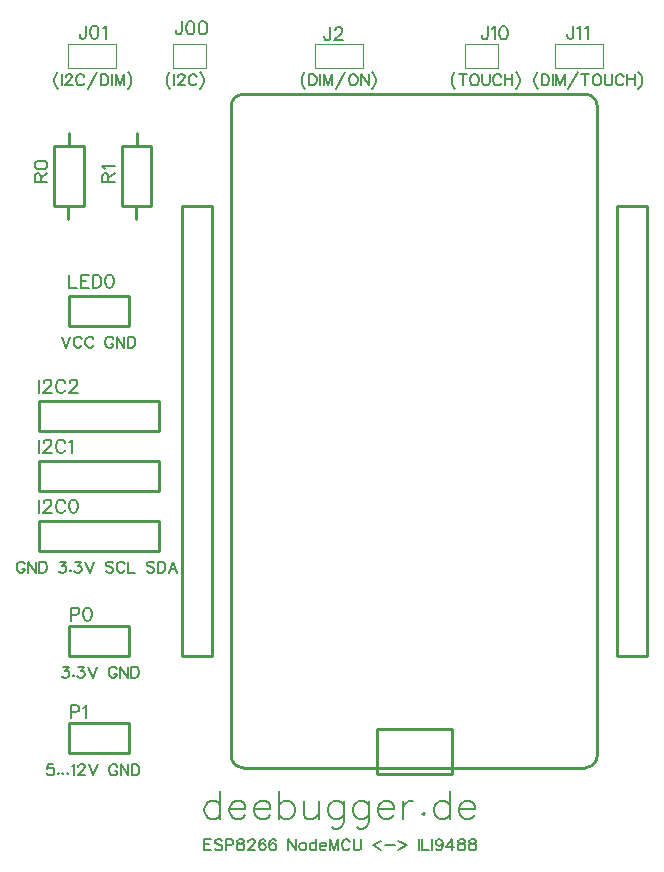
<source format=gto>
G04 Layer: TopSilkscreenLayer*
G04 EasyEDA v6.5.47, 2024-09-27 13:25:38*
G04 cb8a5c33274e4434a5d5d060cedbf222,e87ba6ffdfb0417d91de07616a749205,10*
G04 Gerber Generator version 0.2*
G04 Scale: 100 percent, Rotated: No, Reflected: No *
G04 Dimensions in millimeters *
G04 leading zeros omitted , absolute positions ,4 integer and 5 decimal *
%FSLAX45Y45*%
%MOMM*%

%ADD10C,0.1524*%
%ADD11C,0.2540*%
%ADD12C,0.1199*%

%LPD*%
D10*
X195071Y-5192280D02*
G01*
X190754Y-5183136D01*
X181610Y-5174246D01*
X172465Y-5169674D01*
X154178Y-5169674D01*
X145287Y-5174246D01*
X136144Y-5183136D01*
X131571Y-5192280D01*
X127000Y-5205996D01*
X127000Y-5228602D01*
X131571Y-5242318D01*
X136144Y-5251462D01*
X145287Y-5260606D01*
X154178Y-5264924D01*
X172465Y-5264924D01*
X181610Y-5260606D01*
X190754Y-5251462D01*
X195071Y-5242318D01*
X195071Y-5228602D01*
X172465Y-5228602D02*
G01*
X195071Y-5228602D01*
X225297Y-5169674D02*
G01*
X225297Y-5264924D01*
X225297Y-5169674D02*
G01*
X288797Y-5264924D01*
X288797Y-5169674D02*
G01*
X288797Y-5264924D01*
X318770Y-5169674D02*
G01*
X318770Y-5264924D01*
X318770Y-5169674D02*
G01*
X350520Y-5169674D01*
X364236Y-5174246D01*
X373379Y-5183136D01*
X377952Y-5192280D01*
X382523Y-5205996D01*
X382523Y-5228602D01*
X377952Y-5242318D01*
X373379Y-5251462D01*
X364236Y-5260606D01*
X350520Y-5264924D01*
X318770Y-5264924D01*
X491489Y-5169674D02*
G01*
X541528Y-5169674D01*
X514350Y-5205996D01*
X527812Y-5205996D01*
X536955Y-5210568D01*
X541528Y-5215140D01*
X546100Y-5228602D01*
X546100Y-5237746D01*
X541528Y-5251462D01*
X532384Y-5260606D01*
X518921Y-5264924D01*
X505205Y-5264924D01*
X491489Y-5260606D01*
X486918Y-5256034D01*
X482345Y-5246890D01*
X580644Y-5242318D02*
G01*
X576071Y-5246890D01*
X580644Y-5251462D01*
X585215Y-5246890D01*
X580644Y-5242318D01*
X624331Y-5169674D02*
G01*
X674370Y-5169674D01*
X646937Y-5205996D01*
X660654Y-5205996D01*
X669797Y-5210568D01*
X674370Y-5215140D01*
X678942Y-5228602D01*
X678942Y-5237746D01*
X674370Y-5251462D01*
X665226Y-5260606D01*
X651510Y-5264924D01*
X637794Y-5264924D01*
X624331Y-5260606D01*
X619760Y-5256034D01*
X615187Y-5246890D01*
X708913Y-5169674D02*
G01*
X745236Y-5264924D01*
X781557Y-5169674D02*
G01*
X745236Y-5264924D01*
X945134Y-5183136D02*
G01*
X935989Y-5174246D01*
X922528Y-5169674D01*
X904239Y-5169674D01*
X890523Y-5174246D01*
X881634Y-5183136D01*
X881634Y-5192280D01*
X886205Y-5201424D01*
X890523Y-5205996D01*
X899668Y-5210568D01*
X927100Y-5219458D01*
X935989Y-5224030D01*
X940562Y-5228602D01*
X945134Y-5237746D01*
X945134Y-5251462D01*
X935989Y-5260606D01*
X922528Y-5264924D01*
X904239Y-5264924D01*
X890523Y-5260606D01*
X881634Y-5251462D01*
X1043431Y-5192280D02*
G01*
X1038860Y-5183136D01*
X1029715Y-5174246D01*
X1020571Y-5169674D01*
X1002537Y-5169674D01*
X993394Y-5174246D01*
X984250Y-5183136D01*
X979678Y-5192280D01*
X975105Y-5205996D01*
X975105Y-5228602D01*
X979678Y-5242318D01*
X984250Y-5251462D01*
X993394Y-5260606D01*
X1002537Y-5264924D01*
X1020571Y-5264924D01*
X1029715Y-5260606D01*
X1038860Y-5251462D01*
X1043431Y-5242318D01*
X1073404Y-5169674D02*
G01*
X1073404Y-5264924D01*
X1073404Y-5264924D02*
G01*
X1128013Y-5264924D01*
X1291589Y-5183136D02*
G01*
X1282445Y-5174246D01*
X1268729Y-5169674D01*
X1250695Y-5169674D01*
X1236979Y-5174246D01*
X1227836Y-5183136D01*
X1227836Y-5192280D01*
X1232407Y-5201424D01*
X1236979Y-5205996D01*
X1246123Y-5210568D01*
X1273302Y-5219458D01*
X1282445Y-5224030D01*
X1287018Y-5228602D01*
X1291589Y-5237746D01*
X1291589Y-5251462D01*
X1282445Y-5260606D01*
X1268729Y-5264924D01*
X1250695Y-5264924D01*
X1236979Y-5260606D01*
X1227836Y-5251462D01*
X1321562Y-5169674D02*
G01*
X1321562Y-5264924D01*
X1321562Y-5169674D02*
G01*
X1353312Y-5169674D01*
X1367028Y-5174246D01*
X1376171Y-5183136D01*
X1380744Y-5192280D01*
X1385062Y-5205996D01*
X1385062Y-5228602D01*
X1380744Y-5242318D01*
X1376171Y-5251462D01*
X1367028Y-5260606D01*
X1353312Y-5264924D01*
X1321562Y-5264924D01*
X1451610Y-5169674D02*
G01*
X1415287Y-5264924D01*
X1451610Y-5169674D02*
G01*
X1487931Y-5264924D01*
X1428750Y-5233174D02*
G01*
X1474215Y-5233174D01*
X508000Y-3264664D02*
G01*
X544321Y-3359914D01*
X580644Y-3264664D02*
G01*
X544321Y-3359914D01*
X678942Y-3287270D02*
G01*
X674370Y-3278126D01*
X665226Y-3269236D01*
X656081Y-3264664D01*
X638047Y-3264664D01*
X628904Y-3269236D01*
X619760Y-3278126D01*
X615187Y-3287270D01*
X610615Y-3300986D01*
X610615Y-3323592D01*
X615187Y-3337308D01*
X619760Y-3346452D01*
X628904Y-3355596D01*
X638047Y-3359914D01*
X656081Y-3359914D01*
X665226Y-3355596D01*
X674370Y-3346452D01*
X678942Y-3337308D01*
X776986Y-3287270D02*
G01*
X772668Y-3278126D01*
X763523Y-3269236D01*
X754379Y-3264664D01*
X736092Y-3264664D01*
X727202Y-3269236D01*
X718057Y-3278126D01*
X713486Y-3287270D01*
X708913Y-3300986D01*
X708913Y-3323592D01*
X713486Y-3337308D01*
X718057Y-3346452D01*
X727202Y-3355596D01*
X736092Y-3359914D01*
X754379Y-3359914D01*
X763523Y-3355596D01*
X772668Y-3346452D01*
X776986Y-3337308D01*
X945387Y-3287270D02*
G01*
X940815Y-3278126D01*
X931671Y-3269236D01*
X922528Y-3264664D01*
X904239Y-3264664D01*
X895350Y-3269236D01*
X886205Y-3278126D01*
X881634Y-3287270D01*
X877062Y-3300986D01*
X877062Y-3323592D01*
X881634Y-3337308D01*
X886205Y-3346452D01*
X895350Y-3355596D01*
X904239Y-3359914D01*
X922528Y-3359914D01*
X931671Y-3355596D01*
X940815Y-3346452D01*
X945387Y-3337308D01*
X945387Y-3323592D01*
X922528Y-3323592D02*
G01*
X945387Y-3323592D01*
X975360Y-3264664D02*
G01*
X975360Y-3359914D01*
X975360Y-3264664D02*
G01*
X1038860Y-3359914D01*
X1038860Y-3264664D02*
G01*
X1038860Y-3359914D01*
X1068831Y-3264664D02*
G01*
X1068831Y-3359914D01*
X1068831Y-3264664D02*
G01*
X1100836Y-3264664D01*
X1114297Y-3269236D01*
X1123442Y-3278126D01*
X1128013Y-3287270D01*
X1132586Y-3300986D01*
X1132586Y-3323592D01*
X1128013Y-3337308D01*
X1123442Y-3346452D01*
X1114297Y-3355596D01*
X1100836Y-3359914D01*
X1068831Y-3359914D01*
X517144Y-6058654D02*
G01*
X567181Y-6058654D01*
X539750Y-6094976D01*
X553465Y-6094976D01*
X562610Y-6099548D01*
X567181Y-6104120D01*
X571754Y-6117582D01*
X571754Y-6126726D01*
X567181Y-6140442D01*
X558037Y-6149586D01*
X544321Y-6154158D01*
X530605Y-6154158D01*
X517144Y-6149586D01*
X512571Y-6145014D01*
X508000Y-6135870D01*
X606297Y-6131298D02*
G01*
X601726Y-6135870D01*
X606297Y-6140442D01*
X610615Y-6135870D01*
X606297Y-6131298D01*
X649731Y-6058654D02*
G01*
X699770Y-6058654D01*
X672592Y-6094976D01*
X686307Y-6094976D01*
X695197Y-6099548D01*
X699770Y-6104120D01*
X704342Y-6117582D01*
X704342Y-6126726D01*
X699770Y-6140442D01*
X690626Y-6149586D01*
X677163Y-6154158D01*
X663447Y-6154158D01*
X649731Y-6149586D01*
X645160Y-6145014D01*
X640842Y-6135870D01*
X734313Y-6058654D02*
G01*
X770636Y-6154158D01*
X807212Y-6058654D02*
G01*
X770636Y-6154158D01*
X975360Y-6081260D02*
G01*
X970787Y-6072116D01*
X961644Y-6063226D01*
X952500Y-6058654D01*
X934465Y-6058654D01*
X925321Y-6063226D01*
X916178Y-6072116D01*
X911605Y-6081260D01*
X907034Y-6094976D01*
X907034Y-6117582D01*
X911605Y-6131298D01*
X916178Y-6140442D01*
X925321Y-6149586D01*
X934465Y-6154158D01*
X952500Y-6154158D01*
X961644Y-6149586D01*
X970787Y-6140442D01*
X975360Y-6131298D01*
X975360Y-6117582D01*
X952500Y-6117582D02*
G01*
X975360Y-6117582D01*
X1005331Y-6058654D02*
G01*
X1005331Y-6154158D01*
X1005331Y-6058654D02*
G01*
X1068831Y-6154158D01*
X1068831Y-6058654D02*
G01*
X1068831Y-6154158D01*
X1098804Y-6058654D02*
G01*
X1098804Y-6154158D01*
X1098804Y-6058654D02*
G01*
X1130807Y-6058654D01*
X1144270Y-6063226D01*
X1153413Y-6072116D01*
X1157986Y-6081260D01*
X1162557Y-6094976D01*
X1162557Y-6117582D01*
X1157986Y-6131298D01*
X1153413Y-6140442D01*
X1144270Y-6149586D01*
X1130807Y-6154158D01*
X1098804Y-6154158D01*
X435610Y-6884151D02*
G01*
X390144Y-6884151D01*
X385571Y-6925045D01*
X390144Y-6920473D01*
X403605Y-6915901D01*
X417321Y-6915901D01*
X431037Y-6920473D01*
X440181Y-6929617D01*
X444754Y-6943079D01*
X444754Y-6952223D01*
X440181Y-6965939D01*
X431037Y-6975083D01*
X417321Y-6979655D01*
X403605Y-6979655D01*
X390144Y-6975083D01*
X385571Y-6970511D01*
X381000Y-6961367D01*
X479297Y-6956795D02*
G01*
X474726Y-6961367D01*
X479297Y-6965939D01*
X483615Y-6961367D01*
X479297Y-6956795D01*
X518160Y-6956795D02*
G01*
X513842Y-6961367D01*
X518160Y-6965939D01*
X522731Y-6961367D01*
X518160Y-6956795D01*
X557276Y-6956795D02*
G01*
X552704Y-6961367D01*
X557276Y-6965939D01*
X561847Y-6961367D01*
X557276Y-6956795D01*
X591820Y-6902185D02*
G01*
X600963Y-6897613D01*
X614679Y-6884151D01*
X614679Y-6979655D01*
X649223Y-6906757D02*
G01*
X649223Y-6902185D01*
X653795Y-6893041D01*
X658368Y-6888723D01*
X667257Y-6884151D01*
X685545Y-6884151D01*
X694689Y-6888723D01*
X699262Y-6893041D01*
X703834Y-6902185D01*
X703834Y-6911329D01*
X699262Y-6920473D01*
X690118Y-6934189D01*
X644652Y-6979655D01*
X708152Y-6979655D01*
X738378Y-6884151D02*
G01*
X774700Y-6979655D01*
X811021Y-6884151D02*
G01*
X774700Y-6979655D01*
X979170Y-6906757D02*
G01*
X974597Y-6897613D01*
X965454Y-6888723D01*
X956563Y-6884151D01*
X938276Y-6884151D01*
X929131Y-6888723D01*
X919987Y-6897613D01*
X915670Y-6906757D01*
X911097Y-6920473D01*
X911097Y-6943079D01*
X915670Y-6956795D01*
X919987Y-6965939D01*
X929131Y-6975083D01*
X938276Y-6979655D01*
X956563Y-6979655D01*
X965454Y-6975083D01*
X974597Y-6965939D01*
X979170Y-6956795D01*
X979170Y-6943079D01*
X956563Y-6943079D02*
G01*
X979170Y-6943079D01*
X1009142Y-6884151D02*
G01*
X1009142Y-6979655D01*
X1009142Y-6884151D02*
G01*
X1072895Y-6979655D01*
X1072895Y-6884151D02*
G01*
X1072895Y-6979655D01*
X1102868Y-6884151D02*
G01*
X1102868Y-6979655D01*
X1102868Y-6884151D02*
G01*
X1134618Y-6884151D01*
X1148334Y-6888723D01*
X1157478Y-6897613D01*
X1161795Y-6906757D01*
X1166368Y-6920473D01*
X1166368Y-6943079D01*
X1161795Y-6956795D01*
X1157478Y-6965939D01*
X1148334Y-6975083D01*
X1134618Y-6979655D01*
X1102868Y-6979655D01*
X2571750Y-1023873D02*
G01*
X2562606Y-1033018D01*
X2553715Y-1046734D01*
X2544572Y-1064768D01*
X2540000Y-1087628D01*
X2540000Y-1105662D01*
X2544572Y-1128521D01*
X2553715Y-1146555D01*
X2562606Y-1160271D01*
X2571750Y-1169415D01*
X2601722Y-1042162D02*
G01*
X2601722Y-1137665D01*
X2601722Y-1042162D02*
G01*
X2633725Y-1042162D01*
X2647188Y-1046734D01*
X2656331Y-1055623D01*
X2660904Y-1064768D01*
X2665475Y-1078484D01*
X2665475Y-1101089D01*
X2660904Y-1114805D01*
X2656331Y-1123950D01*
X2647188Y-1133094D01*
X2633725Y-1137665D01*
X2601722Y-1137665D01*
X2695447Y-1042162D02*
G01*
X2695447Y-1137665D01*
X2725420Y-1042162D02*
G01*
X2725420Y-1137665D01*
X2725420Y-1042162D02*
G01*
X2761741Y-1137665D01*
X2798063Y-1042162D02*
G01*
X2761741Y-1137665D01*
X2798063Y-1042162D02*
G01*
X2798063Y-1137665D01*
X2910077Y-1023873D02*
G01*
X2828290Y-1169415D01*
X2967227Y-1042162D02*
G01*
X2958084Y-1046734D01*
X2949193Y-1055623D01*
X2944622Y-1064768D01*
X2940050Y-1078484D01*
X2940050Y-1101089D01*
X2944622Y-1114805D01*
X2949193Y-1123950D01*
X2958084Y-1133094D01*
X2967227Y-1137665D01*
X2985515Y-1137665D01*
X2994659Y-1133094D01*
X3003550Y-1123950D01*
X3008122Y-1114805D01*
X3012693Y-1101089D01*
X3012693Y-1078484D01*
X3008122Y-1064768D01*
X3003550Y-1055623D01*
X2994659Y-1046734D01*
X2985515Y-1042162D01*
X2967227Y-1042162D01*
X3042665Y-1042162D02*
G01*
X3042665Y-1137665D01*
X3042665Y-1042162D02*
G01*
X3106420Y-1137665D01*
X3106420Y-1042162D02*
G01*
X3106420Y-1137665D01*
X3136391Y-1023873D02*
G01*
X3145536Y-1033018D01*
X3154425Y-1046734D01*
X3163570Y-1064768D01*
X3168141Y-1087628D01*
X3168141Y-1105662D01*
X3163570Y-1128521D01*
X3154425Y-1146555D01*
X3145536Y-1160271D01*
X3136391Y-1169415D01*
X476250Y-1023873D02*
G01*
X467105Y-1033018D01*
X458215Y-1046734D01*
X449071Y-1064768D01*
X444500Y-1087628D01*
X444500Y-1105662D01*
X449071Y-1128521D01*
X458215Y-1146555D01*
X467105Y-1160271D01*
X476250Y-1169415D01*
X506221Y-1042162D02*
G01*
X506221Y-1137665D01*
X540765Y-1064768D02*
G01*
X540765Y-1060195D01*
X545337Y-1051305D01*
X549910Y-1046734D01*
X559054Y-1042162D01*
X577342Y-1042162D01*
X586231Y-1046734D01*
X590804Y-1051305D01*
X595376Y-1060195D01*
X595376Y-1069339D01*
X590804Y-1078484D01*
X581660Y-1092200D01*
X536194Y-1137665D01*
X599947Y-1137665D01*
X698245Y-1064768D02*
G01*
X693673Y-1055623D01*
X684529Y-1046734D01*
X675386Y-1042162D01*
X657352Y-1042162D01*
X648207Y-1046734D01*
X639063Y-1055623D01*
X634492Y-1064768D01*
X629920Y-1078484D01*
X629920Y-1101089D01*
X634492Y-1114805D01*
X639063Y-1123950D01*
X648207Y-1133094D01*
X657352Y-1137665D01*
X675386Y-1137665D01*
X684529Y-1133094D01*
X693673Y-1123950D01*
X698245Y-1114805D01*
X810005Y-1023873D02*
G01*
X728218Y-1169415D01*
X839978Y-1042162D02*
G01*
X839978Y-1137665D01*
X839978Y-1042162D02*
G01*
X871728Y-1042162D01*
X885444Y-1046734D01*
X894587Y-1055623D01*
X899160Y-1064768D01*
X903478Y-1078484D01*
X903478Y-1101089D01*
X899160Y-1114805D01*
X894587Y-1123950D01*
X885444Y-1133094D01*
X871728Y-1137665D01*
X839978Y-1137665D01*
X933704Y-1042162D02*
G01*
X933704Y-1137665D01*
X963676Y-1042162D02*
G01*
X963676Y-1137665D01*
X963676Y-1042162D02*
G01*
X999997Y-1137665D01*
X1036320Y-1042162D02*
G01*
X999997Y-1137665D01*
X1036320Y-1042162D02*
G01*
X1036320Y-1137665D01*
X1066292Y-1023873D02*
G01*
X1075436Y-1033018D01*
X1084579Y-1046734D01*
X1093470Y-1064768D01*
X1098042Y-1087628D01*
X1098042Y-1105662D01*
X1093470Y-1128521D01*
X1084579Y-1146555D01*
X1075436Y-1160271D01*
X1066292Y-1169415D01*
X1428750Y-1023873D02*
G01*
X1419605Y-1033018D01*
X1410715Y-1046734D01*
X1401571Y-1064768D01*
X1397000Y-1087628D01*
X1397000Y-1105662D01*
X1401571Y-1128521D01*
X1410715Y-1146555D01*
X1419605Y-1160271D01*
X1428750Y-1169415D01*
X1458721Y-1042162D02*
G01*
X1458721Y-1137665D01*
X1493265Y-1064768D02*
G01*
X1493265Y-1060195D01*
X1497837Y-1051305D01*
X1502410Y-1046734D01*
X1511554Y-1042162D01*
X1529842Y-1042162D01*
X1538731Y-1046734D01*
X1543304Y-1051305D01*
X1547876Y-1060195D01*
X1547876Y-1069339D01*
X1543304Y-1078484D01*
X1534160Y-1092200D01*
X1488694Y-1137665D01*
X1552447Y-1137665D01*
X1650745Y-1064768D02*
G01*
X1646173Y-1055623D01*
X1637029Y-1046734D01*
X1627886Y-1042162D01*
X1609597Y-1042162D01*
X1600707Y-1046734D01*
X1591563Y-1055623D01*
X1586992Y-1064768D01*
X1582420Y-1078484D01*
X1582420Y-1101089D01*
X1586992Y-1114805D01*
X1591563Y-1123950D01*
X1600707Y-1133094D01*
X1609597Y-1137665D01*
X1627886Y-1137665D01*
X1637029Y-1133094D01*
X1646173Y-1123950D01*
X1650745Y-1114805D01*
X1680718Y-1023873D02*
G01*
X1689607Y-1033018D01*
X1698752Y-1046734D01*
X1707895Y-1064768D01*
X1712468Y-1087628D01*
X1712468Y-1105662D01*
X1707895Y-1128521D01*
X1698752Y-1146555D01*
X1689607Y-1160271D01*
X1680718Y-1169415D01*
X3841750Y-1023873D02*
G01*
X3832606Y-1033018D01*
X3823715Y-1046734D01*
X3814572Y-1064768D01*
X3810000Y-1087628D01*
X3810000Y-1105662D01*
X3814572Y-1128521D01*
X3823715Y-1146555D01*
X3832606Y-1160271D01*
X3841750Y-1169415D01*
X3903725Y-1042162D02*
G01*
X3903725Y-1137665D01*
X3871722Y-1042162D02*
G01*
X3935475Y-1042162D01*
X3992625Y-1042162D02*
G01*
X3983736Y-1046734D01*
X3974591Y-1055623D01*
X3970020Y-1064768D01*
X3965447Y-1078484D01*
X3965447Y-1101089D01*
X3970020Y-1114805D01*
X3974591Y-1123950D01*
X3983736Y-1133094D01*
X3992625Y-1137665D01*
X4010913Y-1137665D01*
X4020058Y-1133094D01*
X4029202Y-1123950D01*
X4033520Y-1114805D01*
X4038091Y-1101089D01*
X4038091Y-1078484D01*
X4033520Y-1064768D01*
X4029202Y-1055623D01*
X4020058Y-1046734D01*
X4010913Y-1042162D01*
X3992625Y-1042162D01*
X4068063Y-1042162D02*
G01*
X4068063Y-1110234D01*
X4072636Y-1123950D01*
X4081779Y-1133094D01*
X4095495Y-1137665D01*
X4104640Y-1137665D01*
X4118102Y-1133094D01*
X4127245Y-1123950D01*
X4131818Y-1110234D01*
X4131818Y-1042162D01*
X4230115Y-1064768D02*
G01*
X4225543Y-1055623D01*
X4216400Y-1046734D01*
X4207256Y-1042162D01*
X4188968Y-1042162D01*
X4180077Y-1046734D01*
X4170934Y-1055623D01*
X4166361Y-1064768D01*
X4161790Y-1078484D01*
X4161790Y-1101089D01*
X4166361Y-1114805D01*
X4170934Y-1123950D01*
X4180077Y-1133094D01*
X4188968Y-1137665D01*
X4207256Y-1137665D01*
X4216400Y-1133094D01*
X4225543Y-1123950D01*
X4230115Y-1114805D01*
X4260088Y-1042162D02*
G01*
X4260088Y-1137665D01*
X4323588Y-1042162D02*
G01*
X4323588Y-1137665D01*
X4260088Y-1087628D02*
G01*
X4323588Y-1087628D01*
X4353559Y-1023873D02*
G01*
X4362704Y-1033018D01*
X4371847Y-1046734D01*
X4380991Y-1064768D01*
X4385563Y-1087628D01*
X4385563Y-1105662D01*
X4380991Y-1128521D01*
X4371847Y-1146555D01*
X4362704Y-1160271D01*
X4353559Y-1169415D01*
X4540247Y-1023873D02*
G01*
X4531103Y-1033018D01*
X4522213Y-1046734D01*
X4513069Y-1064768D01*
X4508497Y-1087628D01*
X4508497Y-1105662D01*
X4513069Y-1128521D01*
X4522213Y-1146555D01*
X4531103Y-1160271D01*
X4540247Y-1169415D01*
X4570219Y-1042162D02*
G01*
X4570219Y-1137665D01*
X4570219Y-1042162D02*
G01*
X4602223Y-1042162D01*
X4615685Y-1046734D01*
X4624829Y-1055623D01*
X4629401Y-1064768D01*
X4633973Y-1078484D01*
X4633973Y-1101089D01*
X4629401Y-1114805D01*
X4624829Y-1123950D01*
X4615685Y-1133094D01*
X4602223Y-1137665D01*
X4570219Y-1137665D01*
X4663945Y-1042162D02*
G01*
X4663945Y-1137665D01*
X4693917Y-1042162D02*
G01*
X4693917Y-1137665D01*
X4693917Y-1042162D02*
G01*
X4730239Y-1137665D01*
X4766561Y-1042162D02*
G01*
X4730239Y-1137665D01*
X4766561Y-1042162D02*
G01*
X4766561Y-1137665D01*
X4878575Y-1023873D02*
G01*
X4796787Y-1169415D01*
X4940297Y-1042162D02*
G01*
X4940297Y-1137665D01*
X4908547Y-1042162D02*
G01*
X4972047Y-1042162D01*
X5029451Y-1042162D02*
G01*
X5020307Y-1046734D01*
X5011163Y-1055623D01*
X5006591Y-1064768D01*
X5002019Y-1078484D01*
X5002019Y-1101089D01*
X5006591Y-1114805D01*
X5011163Y-1123950D01*
X5020307Y-1133094D01*
X5029451Y-1137665D01*
X5047485Y-1137665D01*
X5056629Y-1133094D01*
X5065773Y-1123950D01*
X5070345Y-1114805D01*
X5074917Y-1101089D01*
X5074917Y-1078484D01*
X5070345Y-1064768D01*
X5065773Y-1055623D01*
X5056629Y-1046734D01*
X5047485Y-1042162D01*
X5029451Y-1042162D01*
X5104889Y-1042162D02*
G01*
X5104889Y-1110234D01*
X5109461Y-1123950D01*
X5118605Y-1133094D01*
X5132067Y-1137665D01*
X5141211Y-1137665D01*
X5154927Y-1133094D01*
X5163817Y-1123950D01*
X5168389Y-1110234D01*
X5168389Y-1042162D01*
X5266687Y-1064768D02*
G01*
X5262115Y-1055623D01*
X5252971Y-1046734D01*
X5243827Y-1042162D01*
X5225793Y-1042162D01*
X5216649Y-1046734D01*
X5207505Y-1055623D01*
X5202933Y-1064768D01*
X5198615Y-1078484D01*
X5198615Y-1101089D01*
X5202933Y-1114805D01*
X5207505Y-1123950D01*
X5216649Y-1133094D01*
X5225793Y-1137665D01*
X5243827Y-1137665D01*
X5252971Y-1133094D01*
X5262115Y-1123950D01*
X5266687Y-1114805D01*
X5296659Y-1042162D02*
G01*
X5296659Y-1137665D01*
X5360413Y-1042162D02*
G01*
X5360413Y-1137665D01*
X5296659Y-1087628D02*
G01*
X5360413Y-1087628D01*
X5390385Y-1023873D02*
G01*
X5399275Y-1033018D01*
X5408419Y-1046734D01*
X5417563Y-1064768D01*
X5422135Y-1087628D01*
X5422135Y-1105662D01*
X5417563Y-1128521D01*
X5408419Y-1146555D01*
X5399275Y-1160271D01*
X5390385Y-1169415D01*
X1850905Y-7113780D02*
G01*
X1850905Y-7352286D01*
X1850905Y-7227318D02*
G01*
X1828045Y-7204712D01*
X1805439Y-7193282D01*
X1771403Y-7193282D01*
X1748543Y-7204712D01*
X1725937Y-7227318D01*
X1714507Y-7261354D01*
X1714507Y-7284214D01*
X1725937Y-7318250D01*
X1748543Y-7341110D01*
X1771403Y-7352286D01*
X1805439Y-7352286D01*
X1828045Y-7341110D01*
X1850905Y-7318250D01*
X1925835Y-7261354D02*
G01*
X2062233Y-7261354D01*
X2062233Y-7238748D01*
X2050803Y-7215888D01*
X2039373Y-7204712D01*
X2016767Y-7193282D01*
X1982731Y-7193282D01*
X1959871Y-7204712D01*
X1937265Y-7227318D01*
X1925835Y-7261354D01*
X1925835Y-7284214D01*
X1937265Y-7318250D01*
X1959871Y-7341110D01*
X1982731Y-7352286D01*
X2016767Y-7352286D01*
X2039373Y-7341110D01*
X2062233Y-7318250D01*
X2137163Y-7261354D02*
G01*
X2273561Y-7261354D01*
X2273561Y-7238748D01*
X2262131Y-7215888D01*
X2250955Y-7204712D01*
X2228095Y-7193282D01*
X2194059Y-7193282D01*
X2171199Y-7204712D01*
X2148593Y-7227318D01*
X2137163Y-7261354D01*
X2137163Y-7284214D01*
X2148593Y-7318250D01*
X2171199Y-7341110D01*
X2194059Y-7352286D01*
X2228095Y-7352286D01*
X2250955Y-7341110D01*
X2273561Y-7318250D01*
X2348491Y-7113780D02*
G01*
X2348491Y-7352286D01*
X2348491Y-7227318D02*
G01*
X2371351Y-7204712D01*
X2393957Y-7193282D01*
X2428247Y-7193282D01*
X2450853Y-7204712D01*
X2473459Y-7227318D01*
X2484889Y-7261354D01*
X2484889Y-7284214D01*
X2473459Y-7318250D01*
X2450853Y-7341110D01*
X2428247Y-7352286D01*
X2393957Y-7352286D01*
X2371351Y-7341110D01*
X2348491Y-7318250D01*
X2560073Y-7193282D02*
G01*
X2560073Y-7306820D01*
X2571249Y-7341110D01*
X2594109Y-7352286D01*
X2628145Y-7352286D01*
X2650751Y-7341110D01*
X2685041Y-7306820D01*
X2685041Y-7193282D02*
G01*
X2685041Y-7352286D01*
X2896369Y-7193282D02*
G01*
X2896369Y-7375146D01*
X2884939Y-7409182D01*
X2873509Y-7420612D01*
X2850903Y-7431788D01*
X2816867Y-7431788D01*
X2794007Y-7420612D01*
X2896369Y-7227318D02*
G01*
X2873509Y-7204712D01*
X2850903Y-7193282D01*
X2816867Y-7193282D01*
X2794007Y-7204712D01*
X2771401Y-7227318D01*
X2759971Y-7261354D01*
X2759971Y-7284214D01*
X2771401Y-7318250D01*
X2794007Y-7341110D01*
X2816867Y-7352286D01*
X2850903Y-7352286D01*
X2873509Y-7341110D01*
X2896369Y-7318250D01*
X3107697Y-7193282D02*
G01*
X3107697Y-7375146D01*
X3096267Y-7409182D01*
X3084837Y-7420612D01*
X3062231Y-7431788D01*
X3028195Y-7431788D01*
X3005335Y-7420612D01*
X3107697Y-7227318D02*
G01*
X3084837Y-7204712D01*
X3062231Y-7193282D01*
X3028195Y-7193282D01*
X3005335Y-7204712D01*
X2982729Y-7227318D01*
X2971299Y-7261354D01*
X2971299Y-7284214D01*
X2982729Y-7318250D01*
X3005335Y-7341110D01*
X3028195Y-7352286D01*
X3062231Y-7352286D01*
X3084837Y-7341110D01*
X3107697Y-7318250D01*
X3182627Y-7261354D02*
G01*
X3319025Y-7261354D01*
X3319025Y-7238748D01*
X3307595Y-7215888D01*
X3296419Y-7204712D01*
X3273559Y-7193282D01*
X3239523Y-7193282D01*
X3216663Y-7204712D01*
X3194057Y-7227318D01*
X3182627Y-7261354D01*
X3182627Y-7284214D01*
X3194057Y-7318250D01*
X3216663Y-7341110D01*
X3239523Y-7352286D01*
X3273559Y-7352286D01*
X3296419Y-7341110D01*
X3319025Y-7318250D01*
X3393955Y-7193282D02*
G01*
X3393955Y-7352286D01*
X3393955Y-7261354D02*
G01*
X3405385Y-7227318D01*
X3428245Y-7204712D01*
X3450851Y-7193282D01*
X3484887Y-7193282D01*
X3571247Y-7295644D02*
G01*
X3560071Y-7306820D01*
X3571247Y-7318250D01*
X3582677Y-7306820D01*
X3571247Y-7295644D01*
X3794005Y-7113780D02*
G01*
X3794005Y-7352286D01*
X3794005Y-7227318D02*
G01*
X3771399Y-7204712D01*
X3748539Y-7193282D01*
X3714503Y-7193282D01*
X3691643Y-7204712D01*
X3669037Y-7227318D01*
X3657607Y-7261354D01*
X3657607Y-7284214D01*
X3669037Y-7318250D01*
X3691643Y-7341110D01*
X3714503Y-7352286D01*
X3748539Y-7352286D01*
X3771399Y-7341110D01*
X3794005Y-7318250D01*
X3868935Y-7261354D02*
G01*
X4005333Y-7261354D01*
X4005333Y-7238748D01*
X3994157Y-7215888D01*
X3982727Y-7204712D01*
X3959867Y-7193282D01*
X3925831Y-7193282D01*
X3903225Y-7204712D01*
X3880365Y-7227318D01*
X3868935Y-7261354D01*
X3868935Y-7284214D01*
X3880365Y-7318250D01*
X3903225Y-7341110D01*
X3925831Y-7352286D01*
X3959867Y-7352286D01*
X3982727Y-7341110D01*
X4005333Y-7318250D01*
X1714507Y-7519164D02*
G01*
X1714507Y-7614414D01*
X1714507Y-7519164D02*
G01*
X1773689Y-7519164D01*
X1714507Y-7564630D02*
G01*
X1750829Y-7564630D01*
X1714507Y-7614414D02*
G01*
X1773689Y-7614414D01*
X1867161Y-7532626D02*
G01*
X1858017Y-7523736D01*
X1844555Y-7519164D01*
X1826267Y-7519164D01*
X1812551Y-7523736D01*
X1803661Y-7532626D01*
X1803661Y-7541770D01*
X1808233Y-7550914D01*
X1812551Y-7555486D01*
X1821695Y-7560058D01*
X1849127Y-7569202D01*
X1858017Y-7573520D01*
X1862589Y-7578092D01*
X1867161Y-7587236D01*
X1867161Y-7600952D01*
X1858017Y-7610096D01*
X1844555Y-7614414D01*
X1826267Y-7614414D01*
X1812551Y-7610096D01*
X1803661Y-7600952D01*
X1897133Y-7519164D02*
G01*
X1897133Y-7614414D01*
X1897133Y-7519164D02*
G01*
X1938027Y-7519164D01*
X1951743Y-7523736D01*
X1956315Y-7528054D01*
X1960887Y-7537198D01*
X1960887Y-7550914D01*
X1956315Y-7560058D01*
X1951743Y-7564630D01*
X1938027Y-7569202D01*
X1897133Y-7569202D01*
X2013465Y-7519164D02*
G01*
X2000003Y-7523736D01*
X1995431Y-7532626D01*
X1995431Y-7541770D01*
X2000003Y-7550914D01*
X2009147Y-7555486D01*
X2027181Y-7560058D01*
X2040897Y-7564630D01*
X2050041Y-7573520D01*
X2054613Y-7582664D01*
X2054613Y-7596380D01*
X2050041Y-7605524D01*
X2045469Y-7610096D01*
X2031753Y-7614414D01*
X2013465Y-7614414D01*
X2000003Y-7610096D01*
X1995431Y-7605524D01*
X1990859Y-7596380D01*
X1990859Y-7582664D01*
X1995431Y-7573520D01*
X2004575Y-7564630D01*
X2018037Y-7560058D01*
X2036325Y-7555486D01*
X2045469Y-7550914D01*
X2050041Y-7541770D01*
X2050041Y-7532626D01*
X2045469Y-7523736D01*
X2031753Y-7519164D01*
X2013465Y-7519164D01*
X2089157Y-7541770D02*
G01*
X2089157Y-7537198D01*
X2093475Y-7528054D01*
X2098047Y-7523736D01*
X2107191Y-7519164D01*
X2125479Y-7519164D01*
X2134369Y-7523736D01*
X2138941Y-7528054D01*
X2143513Y-7537198D01*
X2143513Y-7546342D01*
X2138941Y-7555486D01*
X2130051Y-7569202D01*
X2084585Y-7614414D01*
X2148085Y-7614414D01*
X2232667Y-7532626D02*
G01*
X2228095Y-7523736D01*
X2214379Y-7519164D01*
X2205489Y-7519164D01*
X2191773Y-7523736D01*
X2182629Y-7537198D01*
X2178057Y-7560058D01*
X2178057Y-7582664D01*
X2182629Y-7600952D01*
X2191773Y-7610096D01*
X2205489Y-7614414D01*
X2210061Y-7614414D01*
X2223523Y-7610096D01*
X2232667Y-7600952D01*
X2237239Y-7587236D01*
X2237239Y-7582664D01*
X2232667Y-7569202D01*
X2223523Y-7560058D01*
X2210061Y-7555486D01*
X2205489Y-7555486D01*
X2191773Y-7560058D01*
X2182629Y-7569202D01*
X2178057Y-7582664D01*
X2321821Y-7532626D02*
G01*
X2317249Y-7523736D01*
X2303533Y-7519164D01*
X2294389Y-7519164D01*
X2280927Y-7523736D01*
X2271783Y-7537198D01*
X2267211Y-7560058D01*
X2267211Y-7582664D01*
X2271783Y-7600952D01*
X2280927Y-7610096D01*
X2294389Y-7614414D01*
X2298961Y-7614414D01*
X2312677Y-7610096D01*
X2321821Y-7600952D01*
X2326393Y-7587236D01*
X2326393Y-7582664D01*
X2321821Y-7569202D01*
X2312677Y-7560058D01*
X2298961Y-7555486D01*
X2294389Y-7555486D01*
X2280927Y-7560058D01*
X2271783Y-7569202D01*
X2267211Y-7582664D01*
X2426215Y-7519164D02*
G01*
X2426215Y-7614414D01*
X2426215Y-7519164D02*
G01*
X2489969Y-7614414D01*
X2489969Y-7519164D02*
G01*
X2489969Y-7614414D01*
X2542801Y-7550914D02*
G01*
X2533657Y-7555486D01*
X2524513Y-7564630D01*
X2519941Y-7578092D01*
X2519941Y-7587236D01*
X2524513Y-7600952D01*
X2533657Y-7610096D01*
X2542801Y-7614414D01*
X2556263Y-7614414D01*
X2565407Y-7610096D01*
X2574551Y-7600952D01*
X2579123Y-7587236D01*
X2579123Y-7578092D01*
X2574551Y-7564630D01*
X2565407Y-7555486D01*
X2556263Y-7550914D01*
X2542801Y-7550914D01*
X2663705Y-7519164D02*
G01*
X2663705Y-7614414D01*
X2663705Y-7564630D02*
G01*
X2654561Y-7555486D01*
X2645417Y-7550914D01*
X2631701Y-7550914D01*
X2622557Y-7555486D01*
X2613667Y-7564630D01*
X2609095Y-7578092D01*
X2609095Y-7587236D01*
X2613667Y-7600952D01*
X2622557Y-7610096D01*
X2631701Y-7614414D01*
X2645417Y-7614414D01*
X2654561Y-7610096D01*
X2663705Y-7600952D01*
X2693677Y-7578092D02*
G01*
X2748033Y-7578092D01*
X2748033Y-7569202D01*
X2743461Y-7560058D01*
X2739143Y-7555486D01*
X2729999Y-7550914D01*
X2716283Y-7550914D01*
X2707139Y-7555486D01*
X2698249Y-7564630D01*
X2693677Y-7578092D01*
X2693677Y-7587236D01*
X2698249Y-7600952D01*
X2707139Y-7610096D01*
X2716283Y-7614414D01*
X2729999Y-7614414D01*
X2739143Y-7610096D01*
X2748033Y-7600952D01*
X2778005Y-7519164D02*
G01*
X2778005Y-7614414D01*
X2778005Y-7519164D02*
G01*
X2814581Y-7614414D01*
X2850903Y-7519164D02*
G01*
X2814581Y-7614414D01*
X2850903Y-7519164D02*
G01*
X2850903Y-7614414D01*
X2948947Y-7541770D02*
G01*
X2944375Y-7532626D01*
X2935485Y-7523736D01*
X2926341Y-7519164D01*
X2908053Y-7519164D01*
X2899163Y-7523736D01*
X2890019Y-7532626D01*
X2885447Y-7541770D01*
X2880875Y-7555486D01*
X2880875Y-7578092D01*
X2885447Y-7591808D01*
X2890019Y-7600952D01*
X2899163Y-7610096D01*
X2908053Y-7614414D01*
X2926341Y-7614414D01*
X2935485Y-7610096D01*
X2944375Y-7600952D01*
X2948947Y-7591808D01*
X2978919Y-7519164D02*
G01*
X2978919Y-7587236D01*
X2983491Y-7600952D01*
X2992635Y-7610096D01*
X3006351Y-7614414D01*
X3015495Y-7614414D01*
X3028957Y-7610096D01*
X3038101Y-7600952D01*
X3042673Y-7587236D01*
X3042673Y-7519164D01*
X3215393Y-7532626D02*
G01*
X3142749Y-7573520D01*
X3215393Y-7614414D01*
X3245365Y-7573520D02*
G01*
X3327153Y-7573520D01*
X3357125Y-7532626D02*
G01*
X3430023Y-7573520D01*
X3357125Y-7614414D01*
X3529845Y-7519164D02*
G01*
X3529845Y-7614414D01*
X3560071Y-7519164D02*
G01*
X3560071Y-7614414D01*
X3560071Y-7614414D02*
G01*
X3614427Y-7614414D01*
X3644399Y-7519164D02*
G01*
X3644399Y-7614414D01*
X3733553Y-7550914D02*
G01*
X3728981Y-7564630D01*
X3719837Y-7573520D01*
X3706375Y-7578092D01*
X3701803Y-7578092D01*
X3688087Y-7573520D01*
X3678943Y-7564630D01*
X3674371Y-7550914D01*
X3674371Y-7546342D01*
X3678943Y-7532626D01*
X3688087Y-7523736D01*
X3701803Y-7519164D01*
X3706375Y-7519164D01*
X3719837Y-7523736D01*
X3728981Y-7532626D01*
X3733553Y-7550914D01*
X3733553Y-7573520D01*
X3728981Y-7596380D01*
X3719837Y-7610096D01*
X3706375Y-7614414D01*
X3697231Y-7614414D01*
X3683515Y-7610096D01*
X3678943Y-7600952D01*
X3808991Y-7519164D02*
G01*
X3763525Y-7582664D01*
X3831851Y-7582664D01*
X3808991Y-7519164D02*
G01*
X3808991Y-7614414D01*
X3884429Y-7519164D02*
G01*
X3870967Y-7523736D01*
X3866395Y-7532626D01*
X3866395Y-7541770D01*
X3870967Y-7550914D01*
X3879857Y-7555486D01*
X3898145Y-7560058D01*
X3911861Y-7564630D01*
X3920751Y-7573520D01*
X3925323Y-7582664D01*
X3925323Y-7596380D01*
X3920751Y-7605524D01*
X3916433Y-7610096D01*
X3902717Y-7614414D01*
X3884429Y-7614414D01*
X3870967Y-7610096D01*
X3866395Y-7605524D01*
X3861823Y-7596380D01*
X3861823Y-7582664D01*
X3866395Y-7573520D01*
X3875285Y-7564630D01*
X3889001Y-7560058D01*
X3907289Y-7555486D01*
X3916433Y-7550914D01*
X3920751Y-7541770D01*
X3920751Y-7532626D01*
X3916433Y-7523736D01*
X3902717Y-7519164D01*
X3884429Y-7519164D01*
X3978155Y-7519164D02*
G01*
X3964439Y-7523736D01*
X3959867Y-7532626D01*
X3959867Y-7541770D01*
X3964439Y-7550914D01*
X3973583Y-7555486D01*
X3991871Y-7560058D01*
X4005333Y-7564630D01*
X4014477Y-7573520D01*
X4019049Y-7582664D01*
X4019049Y-7596380D01*
X4014477Y-7605524D01*
X4009905Y-7610096D01*
X3996189Y-7614414D01*
X3978155Y-7614414D01*
X3964439Y-7610096D01*
X3959867Y-7605524D01*
X3955295Y-7596380D01*
X3955295Y-7582664D01*
X3959867Y-7573520D01*
X3969011Y-7564630D01*
X3982727Y-7560058D01*
X4000761Y-7555486D01*
X4009905Y-7550914D01*
X4014477Y-7541770D01*
X4014477Y-7532626D01*
X4009905Y-7523736D01*
X3996189Y-7519164D01*
X3978155Y-7519164D01*
X278384Y-1955797D02*
G01*
X387350Y-1955797D01*
X278384Y-1955797D02*
G01*
X278384Y-1909061D01*
X283463Y-1893567D01*
X288797Y-1888233D01*
X299212Y-1883153D01*
X309626Y-1883153D01*
X320039Y-1888233D01*
X325120Y-1893567D01*
X330200Y-1909061D01*
X330200Y-1955797D01*
X330200Y-1919475D02*
G01*
X387350Y-1883153D01*
X278384Y-1817621D02*
G01*
X283463Y-1833115D01*
X299212Y-1843529D01*
X325120Y-1848863D01*
X340613Y-1848863D01*
X366776Y-1843529D01*
X382270Y-1833115D01*
X387350Y-1817621D01*
X387350Y-1807207D01*
X382270Y-1791713D01*
X366776Y-1781299D01*
X340613Y-1775965D01*
X325120Y-1775965D01*
X299212Y-1781299D01*
X283463Y-1791713D01*
X278384Y-1807207D01*
X278384Y-1817621D01*
X849881Y-1955797D02*
G01*
X958847Y-1955797D01*
X849881Y-1955797D02*
G01*
X849881Y-1909061D01*
X854961Y-1893567D01*
X860295Y-1888233D01*
X870709Y-1883153D01*
X881123Y-1883153D01*
X891537Y-1888233D01*
X896617Y-1893567D01*
X901697Y-1909061D01*
X901697Y-1955797D01*
X901697Y-1919475D02*
G01*
X958847Y-1883153D01*
X870709Y-1848863D02*
G01*
X865375Y-1838449D01*
X849881Y-1822701D01*
X958847Y-1822701D01*
X317497Y-4647161D02*
G01*
X317497Y-4756127D01*
X356867Y-4673069D02*
G01*
X356867Y-4667989D01*
X362201Y-4657575D01*
X367281Y-4652241D01*
X377695Y-4647161D01*
X398523Y-4647161D01*
X408937Y-4652241D01*
X414017Y-4657575D01*
X419351Y-4667989D01*
X419351Y-4678403D01*
X414017Y-4688817D01*
X403857Y-4704311D01*
X351787Y-4756127D01*
X424431Y-4756127D01*
X536699Y-4673069D02*
G01*
X531619Y-4662655D01*
X521205Y-4652241D01*
X510791Y-4647161D01*
X489963Y-4647161D01*
X479549Y-4652241D01*
X469135Y-4662655D01*
X464055Y-4673069D01*
X458721Y-4688817D01*
X458721Y-4714725D01*
X464055Y-4730219D01*
X469135Y-4740633D01*
X479549Y-4751047D01*
X489963Y-4756127D01*
X510791Y-4756127D01*
X521205Y-4751047D01*
X531619Y-4740633D01*
X536699Y-4730219D01*
X602231Y-4647161D02*
G01*
X586737Y-4652241D01*
X576323Y-4667989D01*
X570989Y-4693897D01*
X570989Y-4709391D01*
X576323Y-4735553D01*
X586737Y-4751047D01*
X602231Y-4756127D01*
X612645Y-4756127D01*
X628139Y-4751047D01*
X638553Y-4735553D01*
X643887Y-4709391D01*
X643887Y-4693897D01*
X638553Y-4667989D01*
X628139Y-4652241D01*
X612645Y-4647161D01*
X602231Y-4647161D01*
X317497Y-4139161D02*
G01*
X317497Y-4248127D01*
X356867Y-4165069D02*
G01*
X356867Y-4159989D01*
X362201Y-4149575D01*
X367281Y-4144241D01*
X377695Y-4139161D01*
X398523Y-4139161D01*
X408937Y-4144241D01*
X414017Y-4149575D01*
X419351Y-4159989D01*
X419351Y-4170403D01*
X414017Y-4180817D01*
X403857Y-4196311D01*
X351787Y-4248127D01*
X424431Y-4248127D01*
X536699Y-4165069D02*
G01*
X531619Y-4154655D01*
X521205Y-4144241D01*
X510791Y-4139161D01*
X489963Y-4139161D01*
X479549Y-4144241D01*
X469135Y-4154655D01*
X464055Y-4165069D01*
X458721Y-4180817D01*
X458721Y-4206725D01*
X464055Y-4222219D01*
X469135Y-4232633D01*
X479549Y-4243047D01*
X489963Y-4248127D01*
X510791Y-4248127D01*
X521205Y-4243047D01*
X531619Y-4232633D01*
X536699Y-4222219D01*
X570989Y-4159989D02*
G01*
X581403Y-4154655D01*
X596897Y-4139161D01*
X596897Y-4248127D01*
X317497Y-3631163D02*
G01*
X317497Y-3740129D01*
X356867Y-3657071D02*
G01*
X356867Y-3651991D01*
X362201Y-3641577D01*
X367281Y-3636243D01*
X377695Y-3631163D01*
X398523Y-3631163D01*
X408937Y-3636243D01*
X414017Y-3641577D01*
X419351Y-3651991D01*
X419351Y-3662405D01*
X414017Y-3672819D01*
X403857Y-3688313D01*
X351787Y-3740129D01*
X424431Y-3740129D01*
X536699Y-3657071D02*
G01*
X531619Y-3646657D01*
X521205Y-3636243D01*
X510791Y-3631163D01*
X489963Y-3631163D01*
X479549Y-3636243D01*
X469135Y-3646657D01*
X464055Y-3657071D01*
X458721Y-3672819D01*
X458721Y-3698727D01*
X464055Y-3714221D01*
X469135Y-3724635D01*
X479549Y-3735049D01*
X489963Y-3740129D01*
X510791Y-3740129D01*
X521205Y-3735049D01*
X531619Y-3724635D01*
X536699Y-3714221D01*
X576323Y-3657071D02*
G01*
X576323Y-3651991D01*
X581403Y-3641577D01*
X586737Y-3636243D01*
X596897Y-3631163D01*
X617725Y-3631163D01*
X628139Y-3636243D01*
X633473Y-3641577D01*
X638553Y-3651991D01*
X638553Y-3662405D01*
X633473Y-3672819D01*
X623059Y-3688313D01*
X570989Y-3740129D01*
X643887Y-3740129D01*
X571500Y-2742178D02*
G01*
X571500Y-2851144D01*
X571500Y-2851144D02*
G01*
X633729Y-2851144D01*
X668020Y-2742178D02*
G01*
X668020Y-2851144D01*
X668020Y-2742178D02*
G01*
X735584Y-2742178D01*
X668020Y-2793994D02*
G01*
X709676Y-2793994D01*
X668020Y-2851144D02*
G01*
X735584Y-2851144D01*
X769873Y-2742178D02*
G01*
X769873Y-2851144D01*
X769873Y-2742178D02*
G01*
X806450Y-2742178D01*
X821944Y-2747258D01*
X832357Y-2757672D01*
X837437Y-2768086D01*
X842771Y-2783834D01*
X842771Y-2809742D01*
X837437Y-2825236D01*
X832357Y-2835650D01*
X821944Y-2846064D01*
X806450Y-2851144D01*
X769873Y-2851144D01*
X908050Y-2742178D02*
G01*
X892555Y-2747258D01*
X882142Y-2763006D01*
X877062Y-2788914D01*
X877062Y-2804408D01*
X882142Y-2830570D01*
X892555Y-2846064D01*
X908050Y-2851144D01*
X918463Y-2851144D01*
X934212Y-2846064D01*
X944626Y-2830570D01*
X949705Y-2804408D01*
X949705Y-2788914D01*
X944626Y-2763006D01*
X934212Y-2747258D01*
X918463Y-2742178D01*
X908050Y-2742178D01*
X584197Y-5561571D02*
G01*
X584197Y-5670537D01*
X584197Y-5561571D02*
G01*
X630933Y-5561571D01*
X646427Y-5566651D01*
X651761Y-5571985D01*
X656841Y-5582399D01*
X656841Y-5597893D01*
X651761Y-5608307D01*
X646427Y-5613387D01*
X630933Y-5618721D01*
X584197Y-5618721D01*
X722373Y-5561571D02*
G01*
X706879Y-5566651D01*
X696465Y-5582399D01*
X691131Y-5608307D01*
X691131Y-5623801D01*
X696465Y-5649963D01*
X706879Y-5665457D01*
X722373Y-5670537D01*
X732787Y-5670537D01*
X748281Y-5665457D01*
X758695Y-5649963D01*
X764029Y-5623801D01*
X764029Y-5608307D01*
X758695Y-5582399D01*
X748281Y-5566651D01*
X732787Y-5561571D01*
X722373Y-5561571D01*
X584197Y-6387071D02*
G01*
X584197Y-6496037D01*
X584197Y-6387071D02*
G01*
X630933Y-6387071D01*
X646427Y-6392151D01*
X651761Y-6397485D01*
X656841Y-6407899D01*
X656841Y-6423393D01*
X651761Y-6433807D01*
X646427Y-6438887D01*
X630933Y-6444221D01*
X584197Y-6444221D01*
X691131Y-6407899D02*
G01*
X701545Y-6402565D01*
X717293Y-6387071D01*
X717293Y-6496037D01*
X1525170Y-595894D02*
G01*
X1525170Y-678952D01*
X1519836Y-694446D01*
X1514756Y-699780D01*
X1504342Y-704860D01*
X1493928Y-704860D01*
X1483514Y-699780D01*
X1478434Y-694446D01*
X1473100Y-678952D01*
X1473100Y-668538D01*
X1590702Y-595894D02*
G01*
X1574954Y-600974D01*
X1564540Y-616722D01*
X1559460Y-642630D01*
X1559460Y-658124D01*
X1564540Y-684286D01*
X1574954Y-699780D01*
X1590702Y-704860D01*
X1601116Y-704860D01*
X1616610Y-699780D01*
X1627024Y-684286D01*
X1632104Y-658124D01*
X1632104Y-642630D01*
X1627024Y-616722D01*
X1616610Y-600974D01*
X1601116Y-595894D01*
X1590702Y-595894D01*
X1697636Y-595894D02*
G01*
X1682142Y-600974D01*
X1671728Y-616722D01*
X1666394Y-642630D01*
X1666394Y-658124D01*
X1671728Y-684286D01*
X1682142Y-699780D01*
X1697636Y-704860D01*
X1708050Y-704860D01*
X1723544Y-699780D01*
X1733958Y-684286D01*
X1739292Y-658124D01*
X1739292Y-642630D01*
X1733958Y-616722D01*
X1723544Y-600974D01*
X1708050Y-595894D01*
X1697636Y-595894D01*
X4115711Y-637804D02*
G01*
X4115711Y-720862D01*
X4110631Y-736610D01*
X4105297Y-741690D01*
X4094883Y-747024D01*
X4084469Y-747024D01*
X4074309Y-741690D01*
X4068975Y-736610D01*
X4063895Y-720862D01*
X4063895Y-710448D01*
X4150001Y-658632D02*
G01*
X4160415Y-653298D01*
X4175909Y-637804D01*
X4175909Y-747024D01*
X4241441Y-637804D02*
G01*
X4225947Y-642884D01*
X4215533Y-658632D01*
X4210199Y-684540D01*
X4210199Y-700034D01*
X4215533Y-726196D01*
X4225947Y-741690D01*
X4241441Y-747024D01*
X4251855Y-747024D01*
X4267349Y-741690D01*
X4277763Y-726196D01*
X4283097Y-700034D01*
X4283097Y-684540D01*
X4277763Y-658632D01*
X4267349Y-642884D01*
X4251855Y-637804D01*
X4241441Y-637804D01*
X712424Y-634044D02*
G01*
X712424Y-717102D01*
X707090Y-732596D01*
X702010Y-737930D01*
X691596Y-743010D01*
X681182Y-743010D01*
X670768Y-737930D01*
X665688Y-732596D01*
X660354Y-717102D01*
X660354Y-706688D01*
X777702Y-634044D02*
G01*
X762208Y-639124D01*
X751794Y-654618D01*
X746714Y-680780D01*
X746714Y-696274D01*
X751794Y-722182D01*
X762208Y-737930D01*
X777702Y-743010D01*
X788116Y-743010D01*
X803864Y-737930D01*
X814278Y-722182D01*
X819358Y-696274D01*
X819358Y-680780D01*
X814278Y-654618D01*
X803864Y-639124D01*
X788116Y-634044D01*
X777702Y-634044D01*
X853648Y-654618D02*
G01*
X864062Y-649538D01*
X879556Y-634044D01*
X879556Y-743010D01*
X2782567Y-646681D02*
G01*
X2782567Y-729739D01*
X2777233Y-745487D01*
X2772153Y-750567D01*
X2761739Y-755647D01*
X2751325Y-755647D01*
X2740911Y-750567D01*
X2735577Y-745487D01*
X2730497Y-729739D01*
X2730497Y-719325D01*
X2821937Y-672589D02*
G01*
X2821937Y-667509D01*
X2827017Y-657095D01*
X2832351Y-651761D01*
X2842765Y-646681D01*
X2863593Y-646681D01*
X2874007Y-651761D01*
X2879087Y-657095D01*
X2884167Y-667509D01*
X2884167Y-677923D01*
X2879087Y-688337D01*
X2868673Y-703831D01*
X2816857Y-755647D01*
X2889501Y-755647D01*
X4840036Y-634006D02*
G01*
X4840036Y-717064D01*
X4834702Y-732812D01*
X4829622Y-737892D01*
X4819208Y-742972D01*
X4808794Y-742972D01*
X4798380Y-737892D01*
X4793046Y-732812D01*
X4787966Y-717064D01*
X4787966Y-706650D01*
X4874326Y-654834D02*
G01*
X4884486Y-649500D01*
X4900234Y-634006D01*
X4900234Y-742972D01*
X4934524Y-654834D02*
G01*
X4944938Y-649500D01*
X4960432Y-634006D01*
X4960432Y-742972D01*
D11*
X5042489Y-1313997D02*
G01*
X5042489Y-6813986D01*
X1942495Y-1313997D02*
G01*
X1942495Y-6813986D01*
X2042495Y-1213998D02*
G01*
X4942489Y-1213998D01*
X2042495Y-6913986D02*
G01*
X4942489Y-6913986D01*
X3174992Y-6591292D02*
G01*
X3809992Y-6591292D01*
X3809992Y-6972292D01*
X3174992Y-6972292D01*
X3174992Y-6591292D01*
X446498Y-2154996D02*
G01*
X696501Y-2154996D01*
X696501Y-1654997D01*
X446498Y-1654997D01*
X446498Y-2154996D01*
X572239Y-1654997D02*
G01*
X572239Y-1538109D01*
X564982Y-2154996D02*
G01*
X564982Y-2272088D01*
X1017996Y-2154996D02*
G01*
X1267998Y-2154996D01*
X1267998Y-1654997D01*
X1017996Y-1654997D01*
X1017996Y-2154996D01*
X1143736Y-1654997D02*
G01*
X1143736Y-1538109D01*
X1136479Y-2154996D02*
G01*
X1136479Y-2272088D01*
X317497Y-4825989D02*
G01*
X1333497Y-4825989D01*
X1333497Y-5079989D01*
X317497Y-5079989D01*
X317497Y-4825989D01*
X317497Y-4317989D02*
G01*
X1333497Y-4317989D01*
X1333497Y-4571989D01*
X317497Y-4571989D01*
X317497Y-4317989D01*
X317497Y-3809992D02*
G01*
X1333497Y-3809992D01*
X1333497Y-4063992D01*
X317497Y-4063992D01*
X317497Y-3809992D01*
X1079497Y-3174994D02*
G01*
X571497Y-3174994D01*
X571497Y-2920994D01*
X1079497Y-2920994D01*
X1079497Y-3174994D01*
X1079497Y-5968987D02*
G01*
X571497Y-5968987D01*
X571497Y-5714987D01*
X1079497Y-5714987D01*
X1079497Y-5968987D01*
X1079497Y-6794487D02*
G01*
X571497Y-6794487D01*
X571497Y-6540487D01*
X1079497Y-6540487D01*
X1079497Y-6794487D01*
X1777997Y-2158992D02*
G01*
X1777997Y-5968992D01*
X1523997Y-5968992D01*
X1523997Y-2158992D01*
X1777997Y-2158992D01*
X5460989Y-2158992D02*
G01*
X5460989Y-5968992D01*
X5206989Y-5968992D01*
X5206989Y-2158992D01*
X5460989Y-2158992D01*
D12*
X1447162Y-988997D02*
G01*
X1447162Y-788997D01*
X1727502Y-788997D01*
X1727502Y-988997D01*
X1447167Y-988997D01*
X4204327Y-788997D02*
G01*
X4204327Y-988997D01*
X3923987Y-988997D01*
X3923987Y-788997D01*
X4204322Y-788997D01*
X967000Y-788997D02*
G01*
X967000Y-988997D01*
X556994Y-988997D01*
X556994Y-788997D01*
X967000Y-788997D01*
X3062498Y-788997D02*
G01*
X3062498Y-988997D01*
X2652491Y-988997D01*
X2652491Y-788997D01*
X3062498Y-788997D01*
X5094493Y-788997D02*
G01*
X5094493Y-988997D01*
X4684486Y-988997D01*
X4684486Y-788997D01*
X5094493Y-788997D01*
D11*
G75*
G01*
X2042495Y-6913987D02*
G02*
X1942495Y-6813987I0J100000D01*
G75*
G01*
X5042489Y-6813987D02*
G02*
X4942489Y-6913987I-100000J0D01*
G75*
G01*
X1942495Y-1313998D02*
G02*
X2042495Y-1213998I100000J0D01*
G75*
G01*
X4942489Y-1213998D02*
G02*
X5042489Y-1313998I0J-100000D01*
M02*

</source>
